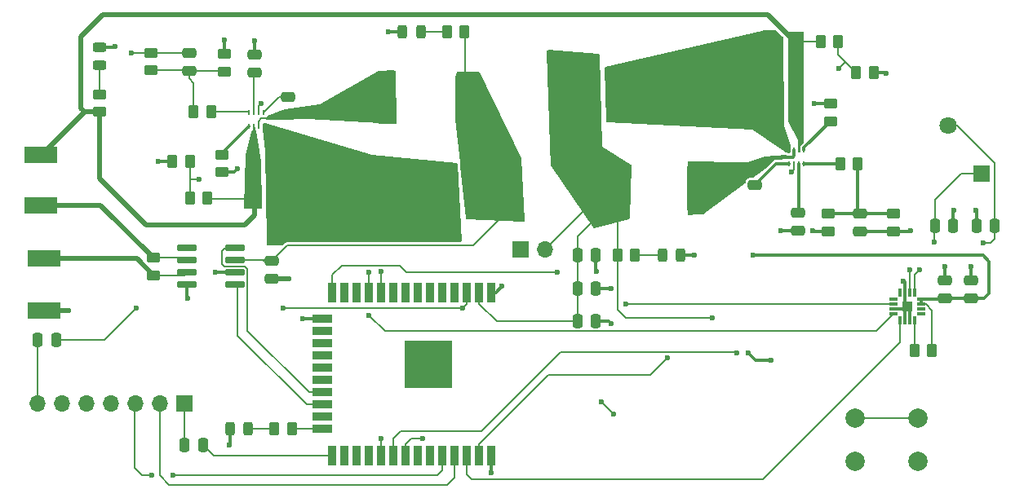
<source format=gbr>
%TF.GenerationSoftware,KiCad,Pcbnew,7.0.11*%
%TF.CreationDate,2025-02-02T20:15:26+02:00*%
%TF.ProjectId,obd_xp,6f62645f-7870-42e6-9b69-6361645f7063,rev?*%
%TF.SameCoordinates,Original*%
%TF.FileFunction,Copper,L1,Top*%
%TF.FilePolarity,Positive*%
%FSLAX46Y46*%
G04 Gerber Fmt 4.6, Leading zero omitted, Abs format (unit mm)*
G04 Created by KiCad (PCBNEW 7.0.11) date 2025-02-02 20:15:26*
%MOMM*%
%LPD*%
G01*
G04 APERTURE LIST*
G04 Aperture macros list*
%AMRoundRect*
0 Rectangle with rounded corners*
0 $1 Rounding radius*
0 $2 $3 $4 $5 $6 $7 $8 $9 X,Y pos of 4 corners*
0 Add a 4 corners polygon primitive as box body*
4,1,4,$2,$3,$4,$5,$6,$7,$8,$9,$2,$3,0*
0 Add four circle primitives for the rounded corners*
1,1,$1+$1,$2,$3*
1,1,$1+$1,$4,$5*
1,1,$1+$1,$6,$7*
1,1,$1+$1,$8,$9*
0 Add four rect primitives between the rounded corners*
20,1,$1+$1,$2,$3,$4,$5,0*
20,1,$1+$1,$4,$5,$6,$7,0*
20,1,$1+$1,$6,$7,$8,$9,0*
20,1,$1+$1,$8,$9,$2,$3,0*%
G04 Aperture macros list end*
%TA.AperFunction,SMDPad,CuDef*%
%ADD10RoundRect,0.500000X-0.500000X-2.250000X0.500000X-2.250000X0.500000X2.250000X-0.500000X2.250000X0*%
%TD*%
%TA.AperFunction,SMDPad,CuDef*%
%ADD11RoundRect,0.250000X-0.250000X-0.475000X0.250000X-0.475000X0.250000X0.475000X-0.250000X0.475000X0*%
%TD*%
%TA.AperFunction,SMDPad,CuDef*%
%ADD12RoundRect,0.250000X-0.262500X-0.450000X0.262500X-0.450000X0.262500X0.450000X-0.262500X0.450000X0*%
%TD*%
%TA.AperFunction,SMDPad,CuDef*%
%ADD13RoundRect,0.250000X0.262500X0.450000X-0.262500X0.450000X-0.262500X-0.450000X0.262500X-0.450000X0*%
%TD*%
%TA.AperFunction,SMDPad,CuDef*%
%ADD14R,3.400000X1.800000*%
%TD*%
%TA.AperFunction,SMDPad,CuDef*%
%ADD15RoundRect,0.250000X-0.475000X0.250000X-0.475000X-0.250000X0.475000X-0.250000X0.475000X0.250000X0*%
%TD*%
%TA.AperFunction,SMDPad,CuDef*%
%ADD16RoundRect,0.243750X-0.243750X-0.456250X0.243750X-0.456250X0.243750X0.456250X-0.243750X0.456250X0*%
%TD*%
%TA.AperFunction,SMDPad,CuDef*%
%ADD17RoundRect,0.250000X-0.450000X0.262500X-0.450000X-0.262500X0.450000X-0.262500X0.450000X0.262500X0*%
%TD*%
%TA.AperFunction,SMDPad,CuDef*%
%ADD18R,0.900000X2.000000*%
%TD*%
%TA.AperFunction,SMDPad,CuDef*%
%ADD19R,2.000000X0.900000*%
%TD*%
%TA.AperFunction,SMDPad,CuDef*%
%ADD20R,5.000000X5.000000*%
%TD*%
%TA.AperFunction,SMDPad,CuDef*%
%ADD21RoundRect,0.250000X0.475000X-0.250000X0.475000X0.250000X-0.475000X0.250000X-0.475000X-0.250000X0*%
%TD*%
%TA.AperFunction,SMDPad,CuDef*%
%ADD22RoundRect,0.250000X0.450000X-0.262500X0.450000X0.262500X-0.450000X0.262500X-0.450000X-0.262500X0*%
%TD*%
%TA.AperFunction,SMDPad,CuDef*%
%ADD23RoundRect,0.243750X0.243750X0.456250X-0.243750X0.456250X-0.243750X-0.456250X0.243750X-0.456250X0*%
%TD*%
%TA.AperFunction,SMDPad,CuDef*%
%ADD24RoundRect,0.008100X0.126900X-0.411900X0.126900X0.411900X-0.126900X0.411900X-0.126900X-0.411900X0*%
%TD*%
%TA.AperFunction,SMDPad,CuDef*%
%ADD25RoundRect,0.008100X0.411900X0.126900X-0.411900X0.126900X-0.411900X-0.126900X0.411900X-0.126900X0*%
%TD*%
%TA.AperFunction,SMDPad,CuDef*%
%ADD26R,1.100000X1.100000*%
%TD*%
%TA.AperFunction,SMDPad,CuDef*%
%ADD27RoundRect,0.250000X0.250000X0.475000X-0.250000X0.475000X-0.250000X-0.475000X0.250000X-0.475000X0*%
%TD*%
%TA.AperFunction,ComponentPad*%
%ADD28R,1.800000X1.800000*%
%TD*%
%TA.AperFunction,ComponentPad*%
%ADD29C,1.800000*%
%TD*%
%TA.AperFunction,SMDPad,CuDef*%
%ADD30R,0.250000X0.600000*%
%TD*%
%TA.AperFunction,ComponentPad*%
%ADD31R,1.700000X1.700000*%
%TD*%
%TA.AperFunction,ComponentPad*%
%ADD32O,1.700000X1.700000*%
%TD*%
%TA.AperFunction,SMDPad,CuDef*%
%ADD33RoundRect,0.500000X0.500000X2.250000X-0.500000X2.250000X-0.500000X-2.250000X0.500000X-2.250000X0*%
%TD*%
%TA.AperFunction,SMDPad,CuDef*%
%ADD34R,1.800000X3.400000*%
%TD*%
%TA.AperFunction,SMDPad,CuDef*%
%ADD35RoundRect,0.075000X0.910000X0.225000X-0.910000X0.225000X-0.910000X-0.225000X0.910000X-0.225000X0*%
%TD*%
%TA.AperFunction,ComponentPad*%
%ADD36C,2.000000*%
%TD*%
%TA.AperFunction,SMDPad,CuDef*%
%ADD37RoundRect,0.243750X-0.456250X0.243750X-0.456250X-0.243750X0.456250X-0.243750X0.456250X0.243750X0*%
%TD*%
%TA.AperFunction,ViaPad*%
%ADD38C,0.600000*%
%TD*%
%TA.AperFunction,Conductor*%
%ADD39C,0.200000*%
%TD*%
%TA.AperFunction,Conductor*%
%ADD40C,0.300000*%
%TD*%
%TA.AperFunction,Conductor*%
%ADD41C,0.500000*%
%TD*%
G04 APERTURE END LIST*
D10*
%TO.P,L2,1,1*%
%TO.N,Net-(IC2-SW)*%
X63413200Y-111404400D03*
%TO.P,L2,2,2*%
%TO.N,/5V*%
X71613200Y-111404400D03*
%TD*%
D11*
%TO.P,C20,1*%
%TO.N,/12V*%
X49748400Y-117221000D03*
%TO.P,C20,2*%
%TO.N,GND*%
X51648400Y-117221000D03*
%TD*%
D12*
%TO.P,R12,1*%
%TO.N,Net-(C24-Pad1)*%
X43434000Y-112877600D03*
%TO.P,R12,2*%
%TO.N,Net-(IC2-FB)*%
X45259000Y-112877600D03*
%TD*%
D13*
%TO.P,R7,1*%
%TO.N,Net-(IC1-EN)*%
X110295100Y-105537000D03*
%TO.P,R7,2*%
%TO.N,/12V*%
X108470100Y-105537000D03*
%TD*%
D11*
%TO.P,C19,1*%
%TO.N,/12V*%
X49723000Y-119507000D03*
%TO.P,C19,2*%
%TO.N,GND*%
X51623000Y-119507000D03*
%TD*%
D14*
%TO.P,TP1,1*%
%TO.N,/12V*%
X27559000Y-117348000D03*
%TD*%
%TO.P,TP2,1*%
%TO.N,/CANH*%
X27889200Y-128117600D03*
%TD*%
D15*
%TO.P,C21,1*%
%TO.N,Net-(IC2-BST)*%
X53187600Y-111318000D03*
%TO.P,C21,2*%
%TO.N,Net-(IC2-SW)*%
X53187600Y-113218000D03*
%TD*%
D16*
%TO.P,D3,1,K*%
%TO.N,GND*%
X65102500Y-104521000D03*
%TO.P,D3,2,A*%
%TO.N,Net-(D3-A)*%
X66977500Y-104521000D03*
%TD*%
D17*
%TO.P,R3,1*%
%TO.N,/3V3*%
X109484200Y-111990500D03*
%TO.P,R3,2*%
%TO.N,Net-(IC1-PG)*%
X109484200Y-113815500D03*
%TD*%
D18*
%TO.P,MOD1,1,GND*%
%TO.N,GND*%
X74304000Y-131596000D03*
%TO.P,MOD1,2,3V3*%
%TO.N,/3V3*%
X73034000Y-131596000D03*
%TO.P,MOD1,3,EN*%
%TO.N,/ENABLE*%
X71764000Y-131596000D03*
%TO.P,MOD1,4,SENSOR_VP*%
%TO.N,unconnected-(MOD1-SENSOR_VP-Pad4)*%
X70494000Y-131596000D03*
%TO.P,MOD1,5,SENSOR_VN*%
%TO.N,unconnected-(MOD1-SENSOR_VN-Pad5)*%
X69224000Y-131596000D03*
%TO.P,MOD1,6,IO34*%
%TO.N,unconnected-(MOD1-IO34-Pad6)*%
X67954000Y-131596000D03*
%TO.P,MOD1,7,IO35*%
%TO.N,unconnected-(MOD1-IO35-Pad7)*%
X66684000Y-131596000D03*
%TO.P,MOD1,8,IO32*%
%TO.N,unconnected-(MOD1-IO32-Pad8)*%
X65414000Y-131596000D03*
%TO.P,MOD1,9,IO33*%
%TO.N,unconnected-(MOD1-IO33-Pad9)*%
X64144000Y-131596000D03*
%TO.P,MOD1,10,IO25*%
%TO.N,/AUDIO_LRC*%
X62874000Y-131596000D03*
%TO.P,MOD1,11,IO26*%
%TO.N,/AUDIO_BCLK*%
X61604000Y-131596000D03*
%TO.P,MOD1,12,IO27*%
%TO.N,unconnected-(MOD1-IO27-Pad12)*%
X60334000Y-131596000D03*
%TO.P,MOD1,13,IO14*%
%TO.N,unconnected-(MOD1-IO14-Pad13)*%
X59064000Y-131596000D03*
%TO.P,MOD1,14,IO12*%
%TO.N,Net-(MOD1-IO12)*%
X57794000Y-131596000D03*
D19*
%TO.P,MOD1,15,GND*%
%TO.N,GND*%
X56794000Y-134381000D03*
%TO.P,MOD1,16,IO13*%
%TO.N,unconnected-(MOD1-IO13-Pad16)*%
X56794000Y-135651000D03*
%TO.P,MOD1,17,SHD/SD2*%
%TO.N,unconnected-(MOD1-SHD{slash}SD2-Pad17)*%
X56794000Y-136921000D03*
%TO.P,MOD1,18,SWP/SD3*%
%TO.N,unconnected-(MOD1-SWP{slash}SD3-Pad18)*%
X56794000Y-138191000D03*
%TO.P,MOD1,19,SCS/CMD*%
%TO.N,unconnected-(MOD1-SCS{slash}CMD-Pad19)*%
X56794000Y-139461000D03*
%TO.P,MOD1,20,SCK/CLK*%
%TO.N,unconnected-(MOD1-SCK{slash}CLK-Pad20)*%
X56794000Y-140731000D03*
%TO.P,MOD1,21,SDO/SD0*%
%TO.N,/CTX*%
X56794000Y-142001000D03*
%TO.P,MOD1,22,SDI/SD1*%
%TO.N,/CRX*%
X56794000Y-143271000D03*
%TO.P,MOD1,23,IO15*%
%TO.N,unconnected-(MOD1-IO15-Pad23)*%
X56794000Y-144541000D03*
%TO.P,MOD1,24,IO2*%
%TO.N,Net-(MOD1-IO2)*%
X56794000Y-145811000D03*
D18*
%TO.P,MOD1,25,IO0*%
%TO.N,/IO_0*%
X57794000Y-148596000D03*
%TO.P,MOD1,26,IO4*%
%TO.N,unconnected-(MOD1-IO4-Pad26)*%
X59064000Y-148596000D03*
%TO.P,MOD1,27,IO16*%
%TO.N,unconnected-(MOD1-IO16-Pad27)*%
X60334000Y-148596000D03*
%TO.P,MOD1,28,IO17*%
%TO.N,unconnected-(MOD1-IO17-Pad28)*%
X61604000Y-148596000D03*
%TO.P,MOD1,29,IO5*%
%TO.N,/SD_CS*%
X62874000Y-148596000D03*
%TO.P,MOD1,30,IO18*%
%TO.N,/SD_CLK*%
X64144000Y-148596000D03*
%TO.P,MOD1,31,IO19*%
%TO.N,/SD_MISO*%
X65414000Y-148596000D03*
%TO.P,MOD1,32,NC*%
%TO.N,unconnected-(MOD1-NC-Pad32)*%
X66684000Y-148596000D03*
%TO.P,MOD1,33,IO21*%
%TO.N,unconnected-(MOD1-IO21-Pad33)*%
X67954000Y-148596000D03*
%TO.P,MOD1,34,RXD0*%
%TO.N,/TX*%
X69224000Y-148596000D03*
%TO.P,MOD1,35,TXD0*%
%TO.N,/RX*%
X70494000Y-148596000D03*
%TO.P,MOD1,36,IO22*%
%TO.N,/AUDIO_DIN*%
X71764000Y-148596000D03*
%TO.P,MOD1,37,IO23*%
%TO.N,/SD_MOSI*%
X73034000Y-148596000D03*
%TO.P,MOD1,38,GND*%
%TO.N,GND*%
X74304000Y-148596000D03*
D20*
%TO.P,MOD1,39,GND*%
X67804000Y-139096000D03*
%TD*%
D21*
%TO.P,C5,1*%
%TO.N,/5V*%
X121412000Y-132268000D03*
%TO.P,C5,2*%
%TO.N,GND*%
X121412000Y-130368000D03*
%TD*%
D22*
%TO.P,R6,1*%
%TO.N,GND*%
X109281000Y-125245500D03*
%TO.P,R6,2*%
%TO.N,Net-(C17-Pad1)*%
X109281000Y-123420500D03*
%TD*%
D23*
%TO.P,D4,1,K*%
%TO.N,GND*%
X93950000Y-127762000D03*
%TO.P,D4,2,A*%
%TO.N,Net-(D4-A)*%
X92075000Y-127762000D03*
%TD*%
D22*
%TO.P,R5,1*%
%TO.N,/3V3*%
X116012000Y-125245500D03*
%TO.P,R5,2*%
%TO.N,Net-(C17-Pad1)*%
X116012000Y-123420500D03*
%TD*%
D11*
%TO.P,C16,1*%
%TO.N,/3V3*%
X84836000Y-110109000D03*
%TO.P,C16,2*%
%TO.N,GND*%
X86736000Y-110109000D03*
%TD*%
D24*
%TO.P,U1,1,DIN*%
%TO.N,/AUDIO_DIN*%
X116725000Y-134531000D03*
%TO.P,U1,2,GAIN_SLOT*%
%TO.N,GND*%
X117225000Y-134531000D03*
%TO.P,U1,3,GND*%
X117725000Y-134531000D03*
%TO.P,U1,4,SD_MODE*%
%TO.N,Net-(U1-SD_MODE)*%
X118225000Y-134531000D03*
D25*
%TO.P,U1,5*%
%TO.N,N/C*%
X118910000Y-133846000D03*
%TO.P,U1,6*%
X118910000Y-133346000D03*
%TO.P,U1,7,VDD*%
%TO.N,/5V*%
X118910000Y-132846000D03*
%TO.P,U1,8,VDD*%
X118910000Y-132346000D03*
D24*
%TO.P,U1,9,OUTP*%
%TO.N,Net-(U1-OUTP)*%
X118225000Y-131661000D03*
%TO.P,U1,10,OUTN*%
%TO.N,Net-(U1-OUTN)*%
X117725000Y-131661000D03*
%TO.P,U1,11,GND*%
%TO.N,GND*%
X117225000Y-131661000D03*
%TO.P,U1,12*%
%TO.N,N/C*%
X116725000Y-131661000D03*
D25*
%TO.P,U1,13*%
X116040000Y-132346000D03*
%TO.P,U1,14,LRCLK*%
%TO.N,/AUDIO_LRC*%
X116040000Y-132846000D03*
%TO.P,U1,15,GND*%
%TO.N,GND*%
X116040000Y-133346000D03*
%TO.P,U1,16,BCLK*%
%TO.N,/AUDIO_BCLK*%
X116040000Y-133846000D03*
D26*
%TO.P,U1,17,EP*%
%TO.N,GND*%
X117475000Y-133096000D03*
%TD*%
D11*
%TO.P,C15,1*%
%TO.N,/3V3*%
X84836000Y-112522000D03*
%TO.P,C15,2*%
%TO.N,GND*%
X86736000Y-112522000D03*
%TD*%
D17*
%TO.P,R18,1*%
%TO.N,Net-(D2-A)*%
X33655000Y-111053000D03*
%TO.P,R18,2*%
%TO.N,/12V*%
X33655000Y-112878000D03*
%TD*%
D15*
%TO.P,C11,1*%
%TO.N,Net-(IC1-SS)*%
X106106000Y-123317000D03*
%TO.P,C11,2*%
%TO.N,GND*%
X106106000Y-125217000D03*
%TD*%
D12*
%TO.P,R2,1*%
%TO.N,Net-(U1-SD_MODE)*%
X118213500Y-137668000D03*
%TO.P,R2,2*%
%TO.N,/5V*%
X120038500Y-137668000D03*
%TD*%
D27*
%TO.P,C13,1*%
%TO.N,/12V*%
X106040000Y-113792000D03*
%TO.P,C13,2*%
%TO.N,GND*%
X104140000Y-113792000D03*
%TD*%
D28*
%TO.P,J3,1,1*%
%TO.N,Net-(U1-OUTN)*%
X125222500Y-119270000D03*
D29*
%TO.P,J3,2,2*%
%TO.N,Net-(U1-OUTP)*%
X121722500Y-114270000D03*
%TD*%
D30*
%TO.P,IC2,1,PG*%
%TO.N,Net-(IC2-PG)*%
X49186400Y-114339600D03*
%TO.P,IC2,2,VIN*%
%TO.N,/12V*%
X49686400Y-114339600D03*
%TO.P,IC2,3,SW*%
%TO.N,Net-(IC2-SW)*%
X50186400Y-114339600D03*
%TO.P,IC2,4,GND*%
%TO.N,GND*%
X50686400Y-114339600D03*
%TO.P,IC2,5,BST*%
%TO.N,Net-(IC2-BST)*%
X50686400Y-112939600D03*
%TO.P,IC2,6,EN*%
%TO.N,Net-(IC2-EN)*%
X50186400Y-112939600D03*
%TO.P,IC2,7,SS*%
%TO.N,Net-(IC2-SS)*%
X49686400Y-112939600D03*
%TO.P,IC2,8,FB*%
%TO.N,Net-(IC2-FB)*%
X49186400Y-112939600D03*
%TD*%
D27*
%TO.P,C10,1*%
%TO.N,/12V*%
X105979000Y-111506000D03*
%TO.P,C10,2*%
%TO.N,GND*%
X104079000Y-111506000D03*
%TD*%
D21*
%TO.P,C4,1*%
%TO.N,/5V*%
X124079000Y-132268000D03*
%TO.P,C4,2*%
%TO.N,GND*%
X124079000Y-130368000D03*
%TD*%
D31*
%TO.P,J1,1,Pin_1*%
%TO.N,/ENABLE*%
X77338000Y-127127000D03*
D32*
%TO.P,J1,2,Pin_2*%
%TO.N,/3V3*%
X79878000Y-127127000D03*
%TD*%
D27*
%TO.P,C23,1*%
%TO.N,/5V*%
X72197000Y-121539000D03*
%TO.P,C23,2*%
%TO.N,GND*%
X70297000Y-121539000D03*
%TD*%
D21*
%TO.P,C24,1*%
%TO.N,Net-(C24-Pad1)*%
X42976800Y-108646000D03*
%TO.P,C24,2*%
%TO.N,/5V*%
X42976800Y-106746000D03*
%TD*%
D12*
%TO.P,R19,1*%
%TO.N,Net-(D3-A)*%
X69699500Y-104521000D03*
%TO.P,R19,2*%
%TO.N,/5V*%
X71524500Y-104521000D03*
%TD*%
%TO.P,R9,1*%
%TO.N,GND*%
X41200700Y-118008400D03*
%TO.P,R9,2*%
%TO.N,Net-(IC2-EN)*%
X43025700Y-118008400D03*
%TD*%
D33*
%TO.P,L1,1,1*%
%TO.N,Net-(IC1-SW)*%
X95601000Y-120777000D03*
%TO.P,L1,2,2*%
%TO.N,/3V3*%
X87401000Y-120777000D03*
%TD*%
D13*
%TO.P,R20,1*%
%TO.N,Net-(D4-A)*%
X89226000Y-127762000D03*
%TO.P,R20,2*%
%TO.N,/3V3*%
X87401000Y-127762000D03*
%TD*%
D11*
%TO.P,C9,1*%
%TO.N,Net-(J4-Pin_7)*%
X27244000Y-136525000D03*
%TO.P,C9,2*%
%TO.N,/ENABLE*%
X29144000Y-136525000D03*
%TD*%
D27*
%TO.P,C6,1*%
%TO.N,Net-(U1-OUTP)*%
X126553000Y-124714000D03*
%TO.P,C6,2*%
%TO.N,GND*%
X124653000Y-124714000D03*
%TD*%
D16*
%TO.P,D1,1,K*%
%TO.N,GND*%
X47195500Y-145796000D03*
%TO.P,D1,2,A*%
%TO.N,Net-(D1-A)*%
X49070500Y-145796000D03*
%TD*%
D12*
%TO.P,R10,1*%
%TO.N,Net-(IC2-EN)*%
X43029500Y-121818400D03*
%TO.P,R10,2*%
%TO.N,/12V*%
X44854500Y-121818400D03*
%TD*%
D21*
%TO.P,C25,1*%
%TO.N,Net-(IC2-SS)*%
X49733200Y-108798400D03*
%TO.P,C25,2*%
%TO.N,GND*%
X49733200Y-106898400D03*
%TD*%
D11*
%TO.P,C1,1*%
%TO.N,/3V3*%
X83251000Y-127762000D03*
%TO.P,C1,2*%
%TO.N,GND*%
X85151000Y-127762000D03*
%TD*%
D34*
%TO.P,TP5,1*%
%TO.N,/3V3*%
X81747400Y-114782600D03*
%TD*%
D21*
%TO.P,C14,1*%
%TO.N,Net-(IC1-BST)*%
X101661000Y-120457000D03*
%TO.P,C14,2*%
%TO.N,Net-(IC1-SW)*%
X101661000Y-118557000D03*
%TD*%
D27*
%TO.P,C22,1*%
%TO.N,/5V*%
X72222400Y-119075200D03*
%TO.P,C22,2*%
%TO.N,GND*%
X70322400Y-119075200D03*
%TD*%
D35*
%TO.P,U2,1,TXD*%
%TO.N,/CRX*%
X47682000Y-130810000D03*
%TO.P,U2,2,GND*%
%TO.N,GND*%
X47682000Y-129540000D03*
%TO.P,U2,3,VCC*%
%TO.N,/5V*%
X47682000Y-128270000D03*
%TO.P,U2,4,RXD*%
%TO.N,/CTX*%
X47682000Y-127000000D03*
%TO.P,U2,5,VREF*%
%TO.N,unconnected-(U2-VREF-Pad5)*%
X42742000Y-127000000D03*
%TO.P,U2,6,CANL*%
%TO.N,/CANL*%
X42742000Y-128270000D03*
%TO.P,U2,7,CANH*%
%TO.N,/CANH*%
X42742000Y-129540000D03*
%TO.P,U2,8,S*%
%TO.N,GND*%
X42742000Y-130810000D03*
%TD*%
D11*
%TO.P,C7,1*%
%TO.N,Net-(U1-OUTN)*%
X120335000Y-124714000D03*
%TO.P,C7,2*%
%TO.N,GND*%
X122235000Y-124714000D03*
%TD*%
%TO.P,C3,1*%
%TO.N,/3V3*%
X83251000Y-134620000D03*
%TO.P,C3,2*%
%TO.N,GND*%
X85151000Y-134620000D03*
%TD*%
D17*
%TO.P,R14,1*%
%TO.N,/5V*%
X38963600Y-106732700D03*
%TO.P,R14,2*%
%TO.N,Net-(C24-Pad1)*%
X38963600Y-108557700D03*
%TD*%
D11*
%TO.P,C8,1*%
%TO.N,Net-(J4-Pin_1)*%
X42484000Y-147447000D03*
%TO.P,C8,2*%
%TO.N,/IO_0*%
X44384000Y-147447000D03*
%TD*%
D22*
%TO.P,R15,1*%
%TO.N,/CANH*%
X39217600Y-129817500D03*
%TO.P,R15,2*%
%TO.N,/CANL*%
X39217600Y-127992500D03*
%TD*%
D17*
%TO.P,R13,1*%
%TO.N,GND*%
X46634400Y-106834300D03*
%TO.P,R13,2*%
%TO.N,Net-(C24-Pad1)*%
X46634400Y-108659300D03*
%TD*%
D36*
%TO.P,SW3,1,A*%
%TO.N,GND*%
X118566000Y-149189000D03*
X112066000Y-149189000D03*
%TO.P,SW3,2,B*%
%TO.N,Net-(MOD1-IO12)*%
X118566000Y-144689000D03*
X112066000Y-144689000D03*
%TD*%
D15*
%TO.P,C17,1*%
%TO.N,Net-(C17-Pad1)*%
X112583000Y-123383000D03*
%TO.P,C17,2*%
%TO.N,/3V3*%
X112583000Y-125283000D03*
%TD*%
D11*
%TO.P,C2,1*%
%TO.N,/3V3*%
X83251000Y-131191000D03*
%TO.P,C2,2*%
%TO.N,GND*%
X85151000Y-131191000D03*
%TD*%
D14*
%TO.P,TP3,1*%
%TO.N,/CANL*%
X27559000Y-122555000D03*
%TD*%
D21*
%TO.P,C18,1*%
%TO.N,GND*%
X51562000Y-130236000D03*
%TO.P,C18,2*%
%TO.N,/5V*%
X51562000Y-128336000D03*
%TD*%
D13*
%TO.P,R8,1*%
%TO.N,GND*%
X114003500Y-108788200D03*
%TO.P,R8,2*%
%TO.N,Net-(IC1-EN)*%
X112178500Y-108788200D03*
%TD*%
D14*
%TO.P,TP4,1*%
%TO.N,GND*%
X27940000Y-133477000D03*
%TD*%
D22*
%TO.P,R11,1*%
%TO.N,/5V*%
X46329600Y-119124100D03*
%TO.P,R11,2*%
%TO.N,Net-(IC2-PG)*%
X46329600Y-117299100D03*
%TD*%
D13*
%TO.P,R4,1*%
%TO.N,Net-(C17-Pad1)*%
X112352500Y-118237000D03*
%TO.P,R4,2*%
%TO.N,Net-(IC1-FB)*%
X110527500Y-118237000D03*
%TD*%
D37*
%TO.P,D2,1,K*%
%TO.N,GND*%
X33655000Y-106123500D03*
%TO.P,D2,2,A*%
%TO.N,Net-(D2-A)*%
X33655000Y-107998500D03*
%TD*%
D34*
%TO.P,TP6,1*%
%TO.N,/5V*%
X76200000Y-120802400D03*
%TD*%
D12*
%TO.P,R1,1*%
%TO.N,Net-(D1-A)*%
X51792500Y-145796000D03*
%TO.P,R1,2*%
%TO.N,Net-(MOD1-IO2)*%
X53617500Y-145796000D03*
%TD*%
D27*
%TO.P,C12,1*%
%TO.N,/12V*%
X105979000Y-109220000D03*
%TO.P,C12,2*%
%TO.N,GND*%
X104079000Y-109220000D03*
%TD*%
D30*
%TO.P,IC1,1,PG*%
%TO.N,Net-(IC1-PG)*%
X106741000Y-116837000D03*
%TO.P,IC1,2,VIN*%
%TO.N,/12V*%
X106241000Y-116837000D03*
%TO.P,IC1,3,SW*%
%TO.N,Net-(IC1-SW)*%
X105741000Y-116837000D03*
%TO.P,IC1,4,GND*%
%TO.N,GND*%
X105241000Y-116837000D03*
%TO.P,IC1,5,BST*%
%TO.N,Net-(IC1-BST)*%
X105241000Y-118237000D03*
%TO.P,IC1,6,EN*%
%TO.N,Net-(IC1-EN)*%
X105741000Y-118237000D03*
%TO.P,IC1,7,SS*%
%TO.N,Net-(IC1-SS)*%
X106241000Y-118237000D03*
%TO.P,IC1,8,FB*%
%TO.N,Net-(IC1-FB)*%
X106741000Y-118237000D03*
%TD*%
D31*
%TO.P,J4,1,Pin_1*%
%TO.N,Net-(J4-Pin_1)*%
X42423000Y-143129000D03*
D32*
%TO.P,J4,2,Pin_2*%
%TO.N,/RX*%
X39883000Y-143129000D03*
%TO.P,J4,3,Pin_3*%
%TO.N,/TX*%
X37343000Y-143129000D03*
%TO.P,J4,4,Pin_4*%
%TO.N,unconnected-(J4-Pin_4-Pad4)*%
X34803000Y-143129000D03*
%TO.P,J4,5,Pin_5*%
%TO.N,unconnected-(J4-Pin_5-Pad5)*%
X32263000Y-143129000D03*
%TO.P,J4,6,Pin_6*%
%TO.N,GND*%
X29723000Y-143129000D03*
%TO.P,J4,7,Pin_7*%
%TO.N,Net-(J4-Pin_7)*%
X27183000Y-143129000D03*
%TD*%
D38*
%TO.N,/5V*%
X101473000Y-127762000D03*
X76161900Y-123024900D03*
X47955200Y-118770400D03*
X36982400Y-106730800D03*
X73558400Y-123596400D03*
X71882000Y-117348000D03*
%TO.N,/3V3*%
X117790000Y-125222000D03*
X84947800Y-114833400D03*
X84516000Y-107569000D03*
X97282000Y-134239000D03*
X107807800Y-111988600D03*
%TO.N,GND*%
X104394000Y-125222000D03*
X68707000Y-118364000D03*
X102235000Y-109474000D03*
X65913000Y-137160000D03*
X68580000Y-122047000D03*
X122301000Y-123063000D03*
X53594000Y-118364000D03*
X74295000Y-150368000D03*
X61087000Y-122555000D03*
X58166000Y-125476000D03*
X65024000Y-122428000D03*
X88900000Y-110744000D03*
X52832000Y-115316000D03*
X65176400Y-120345200D03*
X65405000Y-118618000D03*
X56515000Y-122428000D03*
X68707000Y-119380000D03*
X65786000Y-141097000D03*
X49733200Y-105486200D03*
X47117000Y-147447000D03*
X95123000Y-110109000D03*
X100965000Y-137922000D03*
X39751000Y-117983000D03*
X86995000Y-144272000D03*
X45720000Y-129540000D03*
X52425600Y-121310400D03*
X61087000Y-118491000D03*
X56743600Y-120700800D03*
X88646000Y-108585000D03*
X88773000Y-112903000D03*
X115316000Y-108839000D03*
X35306000Y-106045000D03*
X54737000Y-134366000D03*
X94996000Y-107442000D03*
X117094000Y-130429000D03*
X68580000Y-120650000D03*
X101981000Y-105537000D03*
X69723000Y-137033000D03*
X63627000Y-104521000D03*
X86741000Y-134874000D03*
X85725000Y-143002000D03*
X53340000Y-130175000D03*
X86741000Y-131191000D03*
X54356000Y-115824000D03*
X94869000Y-113157000D03*
X67818000Y-139065000D03*
X53594000Y-119634000D03*
X56642000Y-118491000D03*
X103378000Y-138684000D03*
X121412000Y-128905000D03*
X70154800Y-125425200D03*
X85217000Y-129413000D03*
X75438000Y-130937000D03*
X52527200Y-125628400D03*
X30480000Y-133477000D03*
X46609000Y-105410000D03*
X69850000Y-141097000D03*
X42799000Y-132207000D03*
X124079000Y-128905000D03*
X61010800Y-120446800D03*
X63855600Y-125425200D03*
X102235000Y-113157000D03*
X117475000Y-133096000D03*
X95377000Y-127762000D03*
X124587000Y-123063000D03*
X107696000Y-125222000D03*
X52425600Y-122936000D03*
%TO.N,Net-(U1-OUTP)*%
X118745000Y-129286000D03*
X125349000Y-126492000D03*
%TO.N,Net-(U1-OUTN)*%
X120269000Y-126365000D03*
X117729000Y-129286000D03*
%TO.N,/ENABLE*%
X71337000Y-133223000D03*
X52705000Y-133223000D03*
X37465000Y-133223000D03*
%TO.N,/TX*%
X41275000Y-150622000D03*
X39116000Y-150622000D03*
%TO.N,Net-(MOD1-IO12)*%
X81153000Y-129540000D03*
%TO.N,/SD_CS*%
X62865000Y-146812000D03*
%TO.N,/SD_MOSI*%
X92583000Y-138430000D03*
%TO.N,/SD_CLK*%
X99822000Y-137922000D03*
%TO.N,/SD_MISO*%
X67183000Y-146812000D03*
%TO.N,Net-(IC1-EN)*%
X105491300Y-119080300D03*
X110398600Y-108381800D03*
%TO.N,/AUDIO_LRC*%
X88265000Y-132842000D03*
X62865000Y-129413000D03*
%TO.N,/AUDIO_BCLK*%
X61595000Y-133985000D03*
X61595000Y-129540000D03*
%TO.N,Net-(IC2-EN)*%
X43992800Y-119837200D03*
X50444400Y-112014000D03*
%TD*%
D39*
%TO.N,/5V*%
X120038500Y-133499756D02*
X119384744Y-132846000D01*
D40*
X118910000Y-132346000D02*
X121334000Y-132346000D01*
D39*
X120038500Y-137668000D02*
X120038500Y-133499756D01*
D40*
X121412000Y-132268000D02*
X124079000Y-132268000D01*
D39*
X119384744Y-132846000D02*
X118910000Y-132846000D01*
X50688200Y-128270000D02*
X50713600Y-128295400D01*
X71613200Y-104609700D02*
X71524500Y-104521000D01*
D40*
X125349000Y-127762000D02*
X125984000Y-128397000D01*
X121334000Y-132346000D02*
X121412000Y-132268000D01*
D39*
X38963600Y-106732700D02*
X42963500Y-106732700D01*
D40*
X46329600Y-119124100D02*
X47601500Y-119124100D01*
D39*
X76200000Y-122986800D02*
X76200000Y-120802400D01*
X47682000Y-128270000D02*
X50688200Y-128270000D01*
X71613200Y-111404400D02*
X71613200Y-104609700D01*
X72440800Y-126746000D02*
X76161900Y-123024900D01*
X53152000Y-126746000D02*
X72440800Y-126746000D01*
X51562000Y-128336000D02*
X53152000Y-126746000D01*
D40*
X125984000Y-131699000D02*
X125415000Y-132268000D01*
X125415000Y-132268000D02*
X124079000Y-132268000D01*
X101473000Y-127762000D02*
X125349000Y-127762000D01*
D39*
X38961700Y-106730800D02*
X38963600Y-106732700D01*
X76161900Y-123024900D02*
X76200000Y-122986800D01*
D40*
X47601500Y-119124100D02*
X47955200Y-118770400D01*
D39*
X42963500Y-106732700D02*
X42976800Y-106746000D01*
X47682000Y-128270000D02*
X51129256Y-128270000D01*
D40*
X118910000Y-132346000D02*
X118910000Y-132846000D01*
D39*
X36982400Y-106730800D02*
X38961700Y-106730800D01*
D40*
X125984000Y-128397000D02*
X125984000Y-131699000D01*
D41*
%TO.N,/12V*%
X32105200Y-112878000D02*
X33655000Y-112878000D01*
X31750000Y-105029000D02*
X34036000Y-102743000D01*
X32105200Y-112878000D02*
X31750000Y-112522800D01*
X34036000Y-102743000D02*
X102992000Y-102743000D01*
D39*
X49748400Y-121869200D02*
X44905300Y-121869200D01*
D41*
X27635200Y-117348000D02*
X32105200Y-112878000D01*
D39*
X108470100Y-105537000D02*
X105786000Y-105537000D01*
D41*
X48768000Y-124587000D02*
X49748400Y-123606600D01*
D39*
X44905300Y-121869200D02*
X44854500Y-121818400D01*
D41*
X33655000Y-119761000D02*
X38481000Y-124587000D01*
X49748400Y-123606600D02*
X49748400Y-121869200D01*
X38481000Y-124587000D02*
X48768000Y-124587000D01*
X33655000Y-112878000D02*
X33655000Y-119761000D01*
X27559000Y-117348000D02*
X27635200Y-117348000D01*
X102992000Y-102743000D02*
X105786000Y-105537000D01*
X31750000Y-112522800D02*
X31750000Y-105029000D01*
D40*
%TO.N,Net-(IC1-SS)*%
X106241000Y-123182000D02*
X106241000Y-118237000D01*
X106106000Y-123317000D02*
X106241000Y-123182000D01*
%TO.N,Net-(IC1-BST)*%
X103881000Y-118237000D02*
X101661000Y-120457000D01*
X105241000Y-118237000D02*
X103881000Y-118237000D01*
%TO.N,Net-(IC1-SW)*%
X105741000Y-117437000D02*
X105591000Y-117587000D01*
X105741000Y-116837000D02*
X105741000Y-117437000D01*
X104343000Y-117587000D02*
X104328000Y-117602000D01*
X105591000Y-117587000D02*
X104343000Y-117587000D01*
D39*
%TO.N,/3V3*%
X83251000Y-131191000D02*
X83251000Y-134620000D01*
D40*
X116012000Y-125245500D02*
X112620500Y-125245500D01*
D39*
X83251000Y-134620000D02*
X74858000Y-134620000D01*
X87401000Y-127762000D02*
X87401000Y-133375000D01*
X87401000Y-120777000D02*
X87401000Y-121641000D01*
X88265000Y-134239000D02*
X97282000Y-134239000D01*
X87401000Y-121641000D02*
X83251000Y-125791000D01*
X87401000Y-133375000D02*
X88265000Y-134239000D01*
X73034000Y-132796000D02*
X73034000Y-131596000D01*
X83251000Y-127762000D02*
X83251000Y-131191000D01*
D40*
X116012000Y-125245500D02*
X117766500Y-125245500D01*
D39*
X87401000Y-120777000D02*
X87401000Y-127762000D01*
X86228000Y-120777000D02*
X87401000Y-120777000D01*
D40*
X107809700Y-111990500D02*
X107807800Y-111988600D01*
X112620500Y-125245500D02*
X112583000Y-125283000D01*
X109484200Y-111990500D02*
X107809700Y-111990500D01*
D39*
X79878000Y-127127000D02*
X86228000Y-120777000D01*
X74858000Y-134620000D02*
X73034000Y-132796000D01*
X83251000Y-125791000D02*
X83251000Y-127762000D01*
D40*
X117766500Y-125245500D02*
X117790000Y-125222000D01*
%TO.N,Net-(C17-Pad1)*%
X112583000Y-123383000D02*
X109318500Y-123383000D01*
X112583000Y-123383000D02*
X115974500Y-123383000D01*
X115974500Y-123383000D02*
X116012000Y-123420500D01*
X112352500Y-118237000D02*
X112352500Y-123152500D01*
X109318500Y-123383000D02*
X109281000Y-123420500D01*
X112352500Y-123152500D02*
X112583000Y-123383000D01*
D39*
%TO.N,Net-(IC2-BST)*%
X53187600Y-111318000D02*
X52308000Y-111318000D01*
X52308000Y-111318000D02*
X50686400Y-112939600D01*
D40*
%TO.N,GND*%
X124079000Y-130368000D02*
X124079000Y-128905000D01*
X117725000Y-134531000D02*
X117725000Y-133346000D01*
X41200700Y-118008400D02*
X39776400Y-118008400D01*
X74295000Y-150368000D02*
X74295000Y-148605000D01*
X74295000Y-148605000D02*
X74304000Y-148596000D01*
X114003500Y-108788200D02*
X115265200Y-108788200D01*
X115265200Y-108788200D02*
X115316000Y-108839000D01*
X109281000Y-125245500D02*
X107719500Y-125245500D01*
X104399000Y-125217000D02*
X104394000Y-125222000D01*
X42742000Y-132150000D02*
X42799000Y-132207000D01*
X47195500Y-147368500D02*
X47117000Y-147447000D01*
X74304000Y-131596000D02*
X74779000Y-131596000D01*
X101727000Y-138684000D02*
X100965000Y-137922000D01*
X47682000Y-129540000D02*
X45720000Y-129540000D01*
X85151000Y-131191000D02*
X86741000Y-131191000D01*
X47195500Y-145796000D02*
X47195500Y-147368500D01*
X85151000Y-129347000D02*
X85217000Y-129413000D01*
X117225000Y-131661000D02*
X117225000Y-132846000D01*
X117225000Y-132846000D02*
X117475000Y-133096000D01*
X56794000Y-134381000D02*
X54752000Y-134381000D01*
X116040000Y-133346000D02*
X117225000Y-133346000D01*
D41*
X27940000Y-133477000D02*
X30480000Y-133477000D01*
D40*
X42742000Y-130810000D02*
X42742000Y-132150000D01*
X121412000Y-130368000D02*
X121412000Y-128905000D01*
X103378000Y-138684000D02*
X101727000Y-138684000D01*
X117225000Y-134531000D02*
X117225000Y-133346000D01*
D41*
X51562000Y-130236000D02*
X53279000Y-130236000D01*
D40*
X65102500Y-104521000D02*
X63627000Y-104521000D01*
X117725000Y-133346000D02*
X117475000Y-133096000D01*
X85151000Y-134620000D02*
X86487000Y-134620000D01*
X122235000Y-124714000D02*
X122235000Y-123129000D01*
X85151000Y-127762000D02*
X85151000Y-129347000D01*
X46634400Y-105435400D02*
X46609000Y-105410000D01*
X124653000Y-124714000D02*
X124653000Y-123129000D01*
X93950000Y-127762000D02*
X95377000Y-127762000D01*
X107719500Y-125245500D02*
X107696000Y-125222000D01*
D39*
X85725000Y-143002000D02*
X86995000Y-144272000D01*
D40*
X74779000Y-131596000D02*
X75438000Y-130937000D01*
X117225000Y-131661000D02*
X117225000Y-130560000D01*
X49733200Y-105486200D02*
X49733200Y-106898400D01*
X106106000Y-125217000D02*
X104399000Y-125217000D01*
X86487000Y-134620000D02*
X86741000Y-134874000D01*
X117225000Y-130560000D02*
X117094000Y-130429000D01*
X117225000Y-133346000D02*
X117475000Y-133096000D01*
X124653000Y-123129000D02*
X124587000Y-123063000D01*
X46634400Y-106834300D02*
X46634400Y-105435400D01*
X54752000Y-134381000D02*
X54737000Y-134366000D01*
X33655000Y-106123500D02*
X35227500Y-106123500D01*
X122235000Y-123129000D02*
X122301000Y-123063000D01*
D41*
X53279000Y-130236000D02*
X53340000Y-130175000D01*
D40*
X39776400Y-118008400D02*
X39751000Y-117983000D01*
X35227500Y-106123500D02*
X35306000Y-106045000D01*
D39*
%TO.N,Net-(U1-OUTP)*%
X122622500Y-114270000D02*
X121722500Y-114270000D01*
X126111000Y-126492000D02*
X126553000Y-126050000D01*
X125349000Y-126492000D02*
X126111000Y-126492000D01*
X126553000Y-118200500D02*
X122622500Y-114270000D01*
X118225000Y-129806000D02*
X118745000Y-129286000D01*
X126553000Y-126050000D02*
X126553000Y-124714000D01*
X126553000Y-124714000D02*
X126553000Y-118200500D01*
X118225000Y-131661000D02*
X118225000Y-129806000D01*
%TO.N,Net-(U1-OUTN)*%
X120335000Y-124714000D02*
X120335000Y-121981000D01*
X120269000Y-124780000D02*
X120335000Y-124714000D01*
X117725000Y-131661000D02*
X117725000Y-129290000D01*
X123046000Y-119270000D02*
X125222500Y-119270000D01*
X120269000Y-126365000D02*
X120269000Y-124780000D01*
X120335000Y-121981000D02*
X123046000Y-119270000D01*
X117725000Y-129290000D02*
X117729000Y-129286000D01*
%TO.N,Net-(J4-Pin_1)*%
X42423000Y-143129000D02*
X42423000Y-147386000D01*
X42423000Y-147386000D02*
X42484000Y-147447000D01*
%TO.N,/IO_0*%
X45533000Y-148596000D02*
X44384000Y-147447000D01*
X57794000Y-148596000D02*
X45533000Y-148596000D01*
%TO.N,Net-(J4-Pin_7)*%
X27244000Y-143068000D02*
X27183000Y-143129000D01*
X27244000Y-136525000D02*
X27244000Y-143068000D01*
%TO.N,/ENABLE*%
X71337000Y-133223000D02*
X52705000Y-133223000D01*
X34163000Y-136525000D02*
X37465000Y-133223000D01*
X29144000Y-136525000D02*
X34163000Y-136525000D01*
X71764000Y-132796000D02*
X71337000Y-133223000D01*
X71764000Y-131596000D02*
X71764000Y-132796000D01*
%TO.N,Net-(D1-A)*%
X51792500Y-145796000D02*
X49070500Y-145796000D01*
%TO.N,/RX*%
X39883000Y-143129000D02*
X39883000Y-150627000D01*
X40894000Y-151638000D02*
X69723000Y-151638000D01*
X70494000Y-150867000D02*
X70494000Y-148596000D01*
X69723000Y-151638000D02*
X70494000Y-150867000D01*
X39883000Y-150627000D02*
X40894000Y-151638000D01*
%TO.N,/TX*%
X39116000Y-150622000D02*
X38100000Y-150622000D01*
X68707000Y-150622000D02*
X41275000Y-150622000D01*
X37338000Y-143134000D02*
X37343000Y-143129000D01*
X37338000Y-149860000D02*
X37338000Y-143134000D01*
X69224000Y-150105000D02*
X68707000Y-150622000D01*
X38100000Y-150622000D02*
X37338000Y-149860000D01*
X69224000Y-148596000D02*
X69224000Y-150105000D01*
%TO.N,Net-(IC2-SW)*%
X51111400Y-113538000D02*
X52867600Y-113538000D01*
X50186400Y-113814600D02*
X50461400Y-113539600D01*
X50461400Y-113539600D02*
X51109800Y-113539600D01*
X51109800Y-113539600D02*
X51111400Y-113538000D01*
X50186400Y-114339600D02*
X50186400Y-113814600D01*
X52867600Y-113538000D02*
X53187600Y-113218000D01*
%TO.N,Net-(MOD1-IO2)*%
X56794000Y-145811000D02*
X53632500Y-145811000D01*
X53632500Y-145811000D02*
X53617500Y-145796000D01*
%TO.N,Net-(U1-SD_MODE)*%
X118225000Y-134531000D02*
X118225000Y-137656500D01*
X118225000Y-137656500D02*
X118213500Y-137668000D01*
%TO.N,Net-(MOD1-IO12)*%
X57794000Y-129785000D02*
X57794000Y-131596000D01*
X58766000Y-128813000D02*
X57794000Y-129785000D01*
X118566000Y-144689000D02*
X112066000Y-144689000D01*
X65532000Y-129540000D02*
X64805000Y-128813000D01*
X64805000Y-128813000D02*
X58766000Y-128813000D01*
X81153000Y-129540000D02*
X65532000Y-129540000D01*
%TO.N,/SD_CS*%
X62865000Y-148587000D02*
X62874000Y-148596000D01*
X62865000Y-146812000D02*
X62865000Y-148587000D01*
%TO.N,/SD_MOSI*%
X90805000Y-140208000D02*
X80222000Y-140208000D01*
X80222000Y-140208000D02*
X73034000Y-147396000D01*
X92583000Y-138430000D02*
X90805000Y-140208000D01*
X73034000Y-147396000D02*
X73034000Y-148596000D01*
%TO.N,/SD_CLK*%
X99695000Y-137795000D02*
X99822000Y-137922000D01*
X73279000Y-146050000D02*
X81534000Y-137795000D01*
X81534000Y-137795000D02*
X99695000Y-137795000D01*
X64897000Y-146050000D02*
X73279000Y-146050000D01*
X64144000Y-146803000D02*
X64897000Y-146050000D01*
X64144000Y-148596000D02*
X64144000Y-146803000D01*
%TO.N,/SD_MISO*%
X65414000Y-147396000D02*
X65414000Y-148596000D01*
X67183000Y-146812000D02*
X65998000Y-146812000D01*
X65998000Y-146812000D02*
X65414000Y-147396000D01*
%TO.N,Net-(C24-Pad1)*%
X38963600Y-108557700D02*
X42888500Y-108557700D01*
X42976800Y-108646000D02*
X46621100Y-108646000D01*
X42976800Y-108646000D02*
X42976800Y-109397800D01*
X42976800Y-109397800D02*
X43434000Y-109855000D01*
X42888500Y-108557700D02*
X42976800Y-108646000D01*
X43434000Y-109855000D02*
X43434000Y-112877600D01*
X46621100Y-108646000D02*
X46634400Y-108659300D01*
%TO.N,Net-(IC2-SS)*%
X49686400Y-112939600D02*
X49686400Y-108845200D01*
X49686400Y-108845200D02*
X49733200Y-108798400D01*
%TO.N,Net-(D2-A)*%
X33655000Y-111053000D02*
X33655000Y-107998500D01*
%TO.N,Net-(D3-A)*%
X69699500Y-104521000D02*
X66977500Y-104521000D01*
%TO.N,Net-(D4-A)*%
X89226000Y-127762000D02*
X92075000Y-127762000D01*
D40*
%TO.N,Net-(IC1-PG)*%
X106741000Y-116837000D02*
X106741000Y-116558700D01*
X106741000Y-116558700D02*
X109484200Y-113815500D01*
D39*
%TO.N,Net-(IC1-EN)*%
X112176600Y-108790100D02*
X112178500Y-108788200D01*
X105491300Y-119080300D02*
X105741000Y-118830600D01*
X110983750Y-107796650D02*
X110983750Y-107593450D01*
X110983750Y-107593450D02*
X112178500Y-108788200D01*
X110295100Y-105537000D02*
X110295100Y-106904800D01*
X110295100Y-106904800D02*
X110983750Y-107593450D01*
X105741000Y-118830600D02*
X105741000Y-118237000D01*
X110398600Y-108381800D02*
X110983750Y-107796650D01*
%TO.N,/AUDIO_LRC*%
X62865000Y-129413000D02*
X62874000Y-129422000D01*
X116040000Y-132846000D02*
X88269000Y-132846000D01*
X88269000Y-132846000D02*
X88265000Y-132842000D01*
X62874000Y-129422000D02*
X62874000Y-131596000D01*
%TO.N,/AUDIO_BCLK*%
X114241000Y-135645000D02*
X63255000Y-135645000D01*
X63255000Y-135645000D02*
X61595000Y-133985000D01*
X116040000Y-133846000D02*
X114241000Y-135645000D01*
X61595000Y-129540000D02*
X61604000Y-129549000D01*
X61604000Y-129549000D02*
X61604000Y-131596000D01*
%TO.N,/AUDIO_DIN*%
X102489000Y-151003000D02*
X116725000Y-136767000D01*
X116725000Y-136767000D02*
X116725000Y-134531000D01*
X71764000Y-150504000D02*
X72263000Y-151003000D01*
X71764000Y-148596000D02*
X71764000Y-150504000D01*
X72263000Y-151003000D02*
X102489000Y-151003000D01*
D40*
%TO.N,Net-(IC1-FB)*%
X106741000Y-118237000D02*
X110527500Y-118237000D01*
%TO.N,Net-(IC2-PG)*%
X49186400Y-114339600D02*
X46329600Y-117196400D01*
X46329600Y-117196400D02*
X46329600Y-117299100D01*
D39*
%TO.N,Net-(IC2-EN)*%
X50186400Y-112272000D02*
X50186400Y-112939600D01*
X50444400Y-112014000D02*
X50186400Y-112272000D01*
X43025700Y-118008400D02*
X43025700Y-119837200D01*
X43025700Y-119837200D02*
X43992800Y-119837200D01*
X43025700Y-121814600D02*
X43029500Y-121818400D01*
X43025700Y-119837200D02*
X43025700Y-121814600D01*
%TO.N,Net-(IC2-FB)*%
X45259000Y-112877600D02*
X49124400Y-112877600D01*
X49124400Y-112877600D02*
X49186400Y-112939600D01*
%TO.N,/CTX*%
X46697001Y-127000000D02*
X46397000Y-127300001D01*
X46397000Y-127300001D02*
X46397000Y-128652410D01*
X48967000Y-129157590D02*
X48967000Y-135581000D01*
X46397000Y-128652410D02*
X46649590Y-128905000D01*
X47682000Y-127000000D02*
X46697001Y-127000000D01*
X46649590Y-128905000D02*
X48714410Y-128905000D01*
X48714410Y-128905000D02*
X48967000Y-129157590D01*
X55387000Y-142001000D02*
X56794000Y-142001000D01*
X48967000Y-135581000D02*
X55387000Y-142001000D01*
%TO.N,/CRX*%
X47682000Y-130810000D02*
X48006000Y-131134000D01*
X55133000Y-143271000D02*
X56794000Y-143271000D01*
X48006000Y-136144000D02*
X55133000Y-143271000D01*
X48006000Y-131134000D02*
X48006000Y-136144000D01*
D41*
%TO.N,/CANH*%
X27889200Y-128117600D02*
X37517700Y-128117600D01*
D39*
X39217600Y-129817500D02*
X42464500Y-129817500D01*
X42464500Y-129817500D02*
X42742000Y-129540000D01*
D41*
X37517700Y-128117600D02*
X39217600Y-129817500D01*
D39*
%TO.N,/CANL*%
X39217600Y-127992500D02*
X42464500Y-127992500D01*
D41*
X33780100Y-122555000D02*
X39217600Y-127992500D01*
D39*
X39217600Y-127992500D02*
X39217600Y-127990600D01*
X42464500Y-127992500D02*
X42742000Y-128270000D01*
D41*
X27559000Y-122555000D02*
X33780100Y-122555000D01*
%TD*%
%TA.AperFunction,Conductor*%
%TO.N,/5V*%
G36*
X73025265Y-108710349D02*
G01*
X73091861Y-108731486D01*
X73134230Y-108780393D01*
X77408366Y-117630367D01*
X77420529Y-117677677D01*
X77767461Y-124170270D01*
X77751382Y-124238265D01*
X77701095Y-124286772D01*
X77637446Y-124300732D01*
X71784541Y-124008087D01*
X71718568Y-123985079D01*
X71675507Y-123930057D01*
X71667448Y-123897537D01*
X71089539Y-118538746D01*
X71088972Y-118531503D01*
X71075587Y-118255418D01*
X71071302Y-118219604D01*
X71064716Y-118185310D01*
X71062923Y-118176764D01*
X71054529Y-118157980D01*
X71044454Y-118120684D01*
X70562121Y-113648144D01*
X70561465Y-113631016D01*
X70711406Y-108782938D01*
X70733154Y-108716539D01*
X70787347Y-108672438D01*
X70838037Y-108662800D01*
X73025265Y-108710349D01*
G37*
%TD.AperFunction*%
%TD*%
%TA.AperFunction,Conductor*%
%TO.N,/3V3*%
G36*
X85419638Y-106799160D02*
G01*
X85485143Y-106823462D01*
X85527112Y-106879323D01*
X85534963Y-106919597D01*
X85786000Y-116459000D01*
X88774148Y-118326593D01*
X88820564Y-118378816D01*
X88832396Y-118434561D01*
X88709114Y-123858978D01*
X88687911Y-123925553D01*
X88634081Y-123970097D01*
X88617096Y-123975974D01*
X84982442Y-124945215D01*
X84912594Y-124943469D01*
X84854779Y-124904237D01*
X84847630Y-124894651D01*
X80471928Y-118393608D01*
X80450861Y-118328325D01*
X80391202Y-116459000D01*
X80075378Y-106563204D01*
X80092914Y-106495575D01*
X80144232Y-106448159D01*
X80207943Y-106435554D01*
X85419638Y-106799160D01*
G37*
%TD.AperFunction*%
%TD*%
%TA.AperFunction,Conductor*%
%TO.N,/12V*%
G36*
X49741608Y-114385255D02*
G01*
X49793085Y-114432498D01*
X49810900Y-114496534D01*
X49810900Y-114664278D01*
X49825432Y-114737335D01*
X49825433Y-114737339D01*
X49825434Y-114737340D01*
X49880799Y-114820201D01*
X49880800Y-114820201D01*
X49887585Y-114830356D01*
X49884721Y-114832269D01*
X49908407Y-114875647D01*
X49909466Y-114881098D01*
X50442841Y-117999288D01*
X50444590Y-118017639D01*
X50543320Y-122806068D01*
X50525021Y-122873499D01*
X50473172Y-122920333D01*
X50416084Y-122932581D01*
X48740849Y-122888496D01*
X48674351Y-122867055D01*
X48630001Y-122813065D01*
X48620194Y-122759995D01*
X48818374Y-117359600D01*
X48821375Y-117336669D01*
X49364679Y-114946130D01*
X49398730Y-114885123D01*
X49416697Y-114870516D01*
X49492001Y-114820201D01*
X49547366Y-114737340D01*
X49561900Y-114664274D01*
X49561900Y-114499612D01*
X49567968Y-114461297D01*
X49568968Y-114458219D01*
X49608404Y-114400543D01*
X49672761Y-114373343D01*
X49741608Y-114385255D01*
G37*
%TD.AperFunction*%
%TD*%
%TA.AperFunction,Conductor*%
%TO.N,GND*%
G36*
X50880260Y-114003943D02*
G01*
X61976000Y-117297200D01*
X70708590Y-118150384D01*
X70773397Y-118176494D01*
X70813801Y-118233497D01*
X70820387Y-118267791D01*
X71208155Y-126265495D01*
X71191740Y-126333409D01*
X71141213Y-126381667D01*
X71084300Y-126395500D01*
X53201212Y-126395500D01*
X53175766Y-126392861D01*
X53166686Y-126390957D01*
X53166685Y-126390957D01*
X53166684Y-126390957D01*
X53137878Y-126394548D01*
X53124199Y-126395397D01*
X53122962Y-126395499D01*
X53103996Y-126398664D01*
X53098929Y-126399402D01*
X53050611Y-126405425D01*
X53043566Y-126407522D01*
X53036617Y-126409908D01*
X52993804Y-126433077D01*
X52989252Y-126435420D01*
X52945517Y-126456801D01*
X52939515Y-126461085D01*
X52933743Y-126465579D01*
X52900769Y-126501398D01*
X52897222Y-126505095D01*
X52708904Y-126693412D01*
X52647581Y-126726897D01*
X52622469Y-126729725D01*
X51126524Y-126744760D01*
X51059290Y-126725750D01*
X51013007Y-126673408D01*
X51001293Y-126622683D01*
X50995769Y-126265495D01*
X50850800Y-116890800D01*
X50559847Y-114708654D01*
X50561144Y-114668070D01*
X50561900Y-114664274D01*
X50561900Y-114435527D01*
X50562409Y-114424301D01*
X50588417Y-114138205D01*
X50614090Y-114073225D01*
X50670820Y-114032438D01*
X50687576Y-114027844D01*
X50820664Y-114001227D01*
X50880260Y-114003943D01*
G37*
%TD.AperFunction*%
%TD*%
%TA.AperFunction,Conductor*%
%TO.N,Net-(IC1-SW)*%
G36*
X105006501Y-117369439D02*
G01*
X105006977Y-117368293D01*
X105014098Y-117371242D01*
X105015696Y-117371622D01*
X105017078Y-117372477D01*
X105018259Y-117372966D01*
X105069707Y-117383200D01*
X105131617Y-117415585D01*
X105148689Y-117436034D01*
X105187222Y-117493833D01*
X105208030Y-117560532D01*
X105189475Y-117627893D01*
X105137448Y-117674529D01*
X105096209Y-117686018D01*
X105091327Y-117686499D01*
X105018264Y-117701032D01*
X105018260Y-117701033D01*
X104950678Y-117746190D01*
X104892086Y-117766659D01*
X104059136Y-117836072D01*
X104048838Y-117836500D01*
X103817567Y-117836500D01*
X103796491Y-117843347D01*
X103777582Y-117847887D01*
X103755696Y-117851354D01*
X103735955Y-117861412D01*
X103717987Y-117868854D01*
X103696912Y-117875702D01*
X103696909Y-117875704D01*
X103678984Y-117888727D01*
X103662399Y-117898890D01*
X103642659Y-117908948D01*
X103631376Y-117920232D01*
X103620091Y-117931517D01*
X103509091Y-118042517D01*
X103140219Y-118411387D01*
X103131060Y-118419676D01*
X102425663Y-118996820D01*
X102420198Y-119001042D01*
X101485362Y-119682693D01*
X101419596Y-119706285D01*
X101412305Y-119706500D01*
X101138130Y-119706500D01*
X101138123Y-119706501D01*
X101078516Y-119712908D01*
X100943671Y-119763202D01*
X100943664Y-119763206D01*
X100828455Y-119849452D01*
X100828452Y-119849455D01*
X100742206Y-119964664D01*
X100742202Y-119964671D01*
X100691908Y-120099517D01*
X100685501Y-120159116D01*
X100685500Y-120159135D01*
X100685500Y-120202878D01*
X100665815Y-120269917D01*
X100634557Y-120303071D01*
X96355446Y-123423258D01*
X96291899Y-123446700D01*
X94809510Y-123560730D01*
X94741159Y-123546245D01*
X94691489Y-123497106D01*
X94676000Y-123437095D01*
X94676000Y-118109556D01*
X94695685Y-118042517D01*
X94748489Y-117996762D01*
X94802528Y-117985582D01*
X100028074Y-118092226D01*
X100898998Y-118110000D01*
X100898998Y-118109999D01*
X100899000Y-118110000D01*
X102659926Y-117481097D01*
X102695102Y-117474047D01*
X104947717Y-117355488D01*
X105006501Y-117369439D01*
G37*
%TD.AperFunction*%
%TD*%
%TA.AperFunction,Conductor*%
%TO.N,GND*%
G36*
X103950863Y-104413685D02*
G01*
X103971505Y-104430319D01*
X104554737Y-105013551D01*
X104588222Y-105074874D01*
X104591046Y-105099642D01*
X104708999Y-114299997D01*
X104709000Y-114300000D01*
X105388886Y-116339660D01*
X105391411Y-116409484D01*
X105383414Y-116427441D01*
X105384707Y-116427977D01*
X105380033Y-116439259D01*
X105365500Y-116512323D01*
X105365500Y-116662012D01*
X105355989Y-116701638D01*
X105358370Y-116702412D01*
X105355353Y-116711697D01*
X105340500Y-116805475D01*
X105340500Y-117035320D01*
X105320815Y-117102359D01*
X105268011Y-117148114D01*
X105198853Y-117158058D01*
X105175247Y-117152257D01*
X105119551Y-117132609D01*
X105094089Y-117127543D01*
X105089653Y-117126576D01*
X105074286Y-117122929D01*
X105074234Y-117122917D01*
X105023503Y-117110854D01*
X105023273Y-117110822D01*
X105006715Y-117106893D01*
X105006711Y-117106892D01*
X104944561Y-117101270D01*
X104885335Y-117079852D01*
X104487488Y-116805475D01*
X101407000Y-114681000D01*
X86339650Y-113927632D01*
X86273677Y-113904624D01*
X86230616Y-113849602D01*
X86221886Y-113807056D01*
X86076895Y-108297397D01*
X86094809Y-108229866D01*
X86146391Y-108182738D01*
X86172954Y-108173318D01*
X102392618Y-104430319D01*
X102536242Y-104397175D01*
X102564125Y-104394000D01*
X103883824Y-104394000D01*
X103950863Y-104413685D01*
G37*
%TD.AperFunction*%
%TD*%
%TA.AperFunction,Conductor*%
%TO.N,Net-(IC2-SW)*%
G36*
X64305722Y-108579508D02*
G01*
X64353055Y-108630902D01*
X64365853Y-108683552D01*
X64462774Y-114014213D01*
X64444311Y-114081599D01*
X64392347Y-114128306D01*
X64331991Y-114140280D01*
X55219614Y-113639600D01*
X55219592Y-113639599D01*
X51005933Y-113684908D01*
X50938686Y-113665945D01*
X50892366Y-113613636D01*
X50881679Y-113544589D01*
X50910019Y-113480725D01*
X50935706Y-113457815D01*
X50992001Y-113420201D01*
X51047366Y-113337340D01*
X51052340Y-113312333D01*
X51084723Y-113250425D01*
X51130969Y-113220215D01*
X52869491Y-112577718D01*
X52896869Y-112571016D01*
X56489600Y-112115600D01*
X62609585Y-108625690D01*
X62667253Y-108609465D01*
X64238117Y-108561863D01*
X64305722Y-108579508D01*
G37*
%TD.AperFunction*%
%TD*%
%TA.AperFunction,Conductor*%
%TO.N,/12V*%
G36*
X106700191Y-104539907D02*
G01*
X106736155Y-104589407D01*
X106741000Y-104620000D01*
X106741000Y-116022009D01*
X106722093Y-116080200D01*
X106712003Y-116092013D01*
X106526117Y-116277898D01*
X106510265Y-116290771D01*
X106500335Y-116297259D01*
X106500332Y-116297261D01*
X106481548Y-116321395D01*
X106473437Y-116330580D01*
X106472627Y-116331389D01*
X106472619Y-116331398D01*
X106461133Y-116347486D01*
X106458690Y-116350763D01*
X106428482Y-116389574D01*
X106424981Y-116396043D01*
X106421759Y-116402634D01*
X106407718Y-116449796D01*
X106406470Y-116453690D01*
X106390500Y-116500210D01*
X106389293Y-116507443D01*
X106388383Y-116514747D01*
X106390415Y-116563875D01*
X106390500Y-116567966D01*
X106390500Y-116866040D01*
X106404555Y-116950269D01*
X106397901Y-117005560D01*
X106385715Y-117033996D01*
X106345416Y-117080034D01*
X106294719Y-117094000D01*
X106205000Y-117094000D01*
X106146809Y-117075093D01*
X106110845Y-117025593D01*
X106106000Y-116995000D01*
X106106000Y-115824000D01*
X105100452Y-113812904D01*
X105090000Y-113768630D01*
X105090000Y-104620000D01*
X105108907Y-104561809D01*
X105158407Y-104525845D01*
X105189000Y-104521000D01*
X106642000Y-104521000D01*
X106700191Y-104539907D01*
G37*
%TD.AperFunction*%
%TD*%
M02*

</source>
